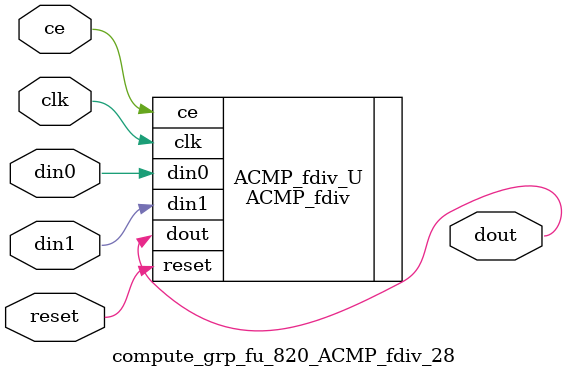
<source format=v>

`timescale 1 ns / 1 ps
module compute_grp_fu_820_ACMP_fdiv_28(
    clk,
    reset,
    ce,
    din0,
    din1,
    dout);

parameter ID = 32'd1;
parameter NUM_STAGE = 32'd1;
parameter din0_WIDTH = 32'd1;
parameter din1_WIDTH = 32'd1;
parameter dout_WIDTH = 32'd1;
input clk;
input reset;
input ce;
input[din0_WIDTH - 1:0] din0;
input[din1_WIDTH - 1:0] din1;
output[dout_WIDTH - 1:0] dout;



ACMP_fdiv #(
.ID( ID ),
.NUM_STAGE( 10 ),
.din0_WIDTH( din0_WIDTH ),
.din1_WIDTH( din1_WIDTH ),
.dout_WIDTH( dout_WIDTH ))
ACMP_fdiv_U(
    .clk( clk ),
    .reset( reset ),
    .ce( ce ),
    .din0( din0 ),
    .din1( din1 ),
    .dout( dout ));

endmodule

</source>
